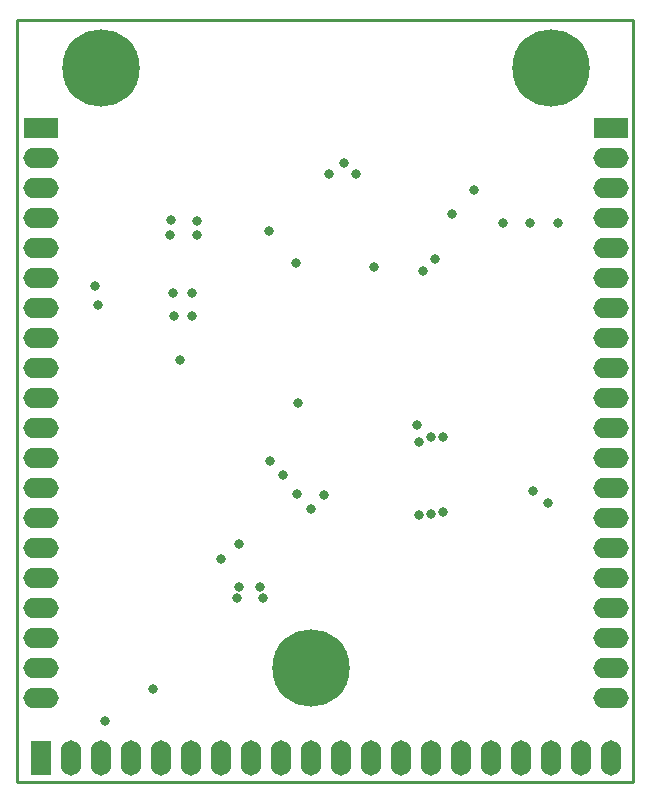
<source format=gbs>
G04*
G04 #@! TF.GenerationSoftware,Altium Limited,Altium Designer,19.0.10 (269)*
G04*
G04 Layer_Color=16711935*
%FSLAX25Y25*%
%MOIN*%
G70*
G01*
G75*
%ADD15C,0.01000*%
%ADD35C,0.25800*%
%ADD36R,0.11800X0.06800*%
%ADD37O,0.11800X0.06800*%
%ADD38R,0.06800X0.11800*%
%ADD39O,0.06800X0.11800*%
%ADD40C,0.03200*%
D15*
X0Y0D02*
Y254000D01*
X205500D01*
Y0D02*
Y254000D01*
X0Y0D02*
X205500D01*
D35*
X98000Y38000D02*
D03*
X28000Y238000D02*
D03*
X178000D02*
D03*
D36*
X8000Y218000D02*
D03*
X198000D02*
D03*
D37*
X8000Y208000D02*
D03*
Y198000D02*
D03*
Y188000D02*
D03*
Y178000D02*
D03*
Y168000D02*
D03*
Y158000D02*
D03*
Y148000D02*
D03*
Y138000D02*
D03*
Y128000D02*
D03*
Y118000D02*
D03*
Y108000D02*
D03*
Y98000D02*
D03*
Y88000D02*
D03*
Y78000D02*
D03*
Y68000D02*
D03*
Y58000D02*
D03*
Y48000D02*
D03*
Y38000D02*
D03*
Y28000D02*
D03*
X198000Y208000D02*
D03*
Y198000D02*
D03*
Y188000D02*
D03*
Y178000D02*
D03*
Y168000D02*
D03*
Y158000D02*
D03*
Y148000D02*
D03*
Y138000D02*
D03*
Y128000D02*
D03*
Y118000D02*
D03*
Y108000D02*
D03*
Y98000D02*
D03*
Y88000D02*
D03*
Y78000D02*
D03*
Y68000D02*
D03*
Y58000D02*
D03*
Y48000D02*
D03*
Y38000D02*
D03*
Y28000D02*
D03*
D38*
X8000Y8000D02*
D03*
D39*
X18000D02*
D03*
X28000D02*
D03*
X38000D02*
D03*
X48000D02*
D03*
X58000D02*
D03*
X68000D02*
D03*
X78000D02*
D03*
X88000D02*
D03*
X98000D02*
D03*
X108000D02*
D03*
X118000D02*
D03*
X128000D02*
D03*
X138000D02*
D03*
X148000D02*
D03*
X158000D02*
D03*
X168000D02*
D03*
X178000D02*
D03*
X188000D02*
D03*
X198000D02*
D03*
D40*
X93654Y126500D02*
D03*
X93000Y173000D02*
D03*
X119000Y171941D02*
D03*
X177000Y93256D02*
D03*
X172000Y97000D02*
D03*
X68000Y74500D02*
D03*
X74000Y79500D02*
D03*
X45500Y31000D02*
D03*
X29500Y20500D02*
D03*
X82000Y61500D02*
D03*
X73500D02*
D03*
X74000Y65000D02*
D03*
X81000D02*
D03*
X134000Y113500D02*
D03*
Y89000D02*
D03*
X58500Y155500D02*
D03*
X52000Y163000D02*
D03*
X58500D02*
D03*
X52500Y155500D02*
D03*
X27000Y159000D02*
D03*
X26000Y165500D02*
D03*
X51000Y182500D02*
D03*
X51500Y187500D02*
D03*
X60000Y187000D02*
D03*
Y182500D02*
D03*
X138000Y89500D02*
D03*
X142000Y90000D02*
D03*
X138000Y115000D02*
D03*
X142000D02*
D03*
X135256Y170500D02*
D03*
X139500Y174500D02*
D03*
X102500Y95744D02*
D03*
X84500Y107244D02*
D03*
X93398Y96000D02*
D03*
X113000Y202724D02*
D03*
X104000D02*
D03*
X109000Y206500D02*
D03*
X84000Y183653D02*
D03*
X54500Y140642D02*
D03*
X98000Y91000D02*
D03*
X88673Y102500D02*
D03*
X133500Y119000D02*
D03*
X162000Y186409D02*
D03*
X171000Y186500D02*
D03*
X180500D02*
D03*
X145000Y189362D02*
D03*
X152500Y197500D02*
D03*
M02*

</source>
